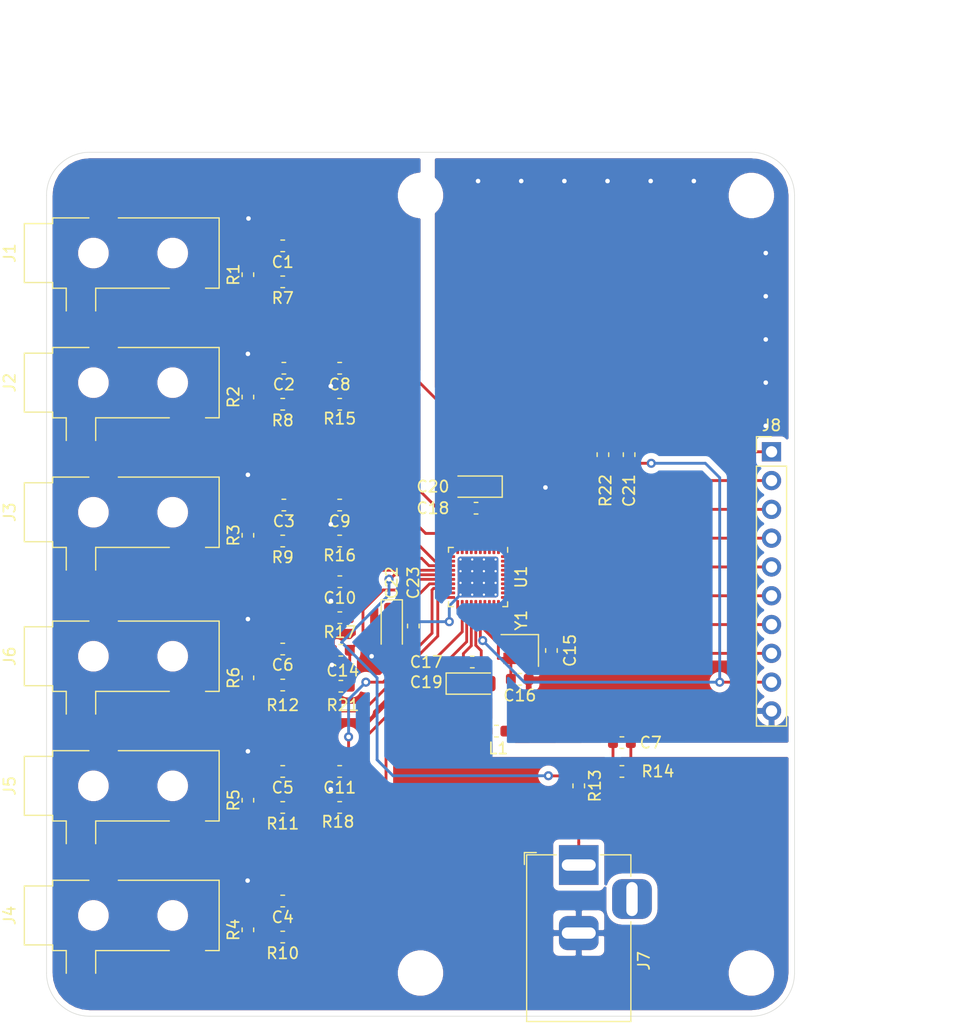
<source format=kicad_pcb>
(kicad_pcb (version 20171130) (host pcbnew "(5.1.5)-3")
  (layers (0 F.Cu signal) (31 B.Cu signal) (34 B.Paste user) (35 F.Paste user) (36 B.SilkS user) (37 F.SilkS user) (38 B.Mask user) (39 F.Mask user) (44 Edge.Cuts user))
  (net 0 "")
  (net 1 "Net-(J2-PadT)")
  (net 2 "Net-(J3-PadT)")
  (net 3 "Net-(J4-PadT)")
  (net 4 "Net-(J5-PadT)")
  (net 5 "Net-(J6-PadT)")
  (net 6 GNDA)
  (net 7 "Net-(J1-PadT)")
  (net 8 "Net-(J7-Pad1)")
  (net 9 GNDD)
  (net 10 "Net-(J1-PadR)")
  (net 11 "Net-(J2-PadR)")
  (net 12 "Net-(J3-PadR)")
  (net 13 "Net-(J4-PadR)")
  (net 14 "Net-(J5-PadR)")
  (net 15 "Net-(J6-PadR)")
  (net 16 "Net-(J7-Pad3)")
  (net 17 "Net-(U1-Pad40)")
  (net 18 "Net-(U1-Pad34)")
  (net 19 "Net-(U1-Pad33)")
  (net 20 "Net-(U1-Pad31)")
  (net 21 "Net-(U1-Pad30)")
  (net 22 "Net-(U1-Pad21)")
  (net 23 "Net-(U1-Pad20)")
  (net 24 "Net-(U1-Pad11)")
  (net 25 "Net-(U1-Pad10)")
  (net 26 "Net-(U1-Pad1)")
  (net 27 /meter_module/CLKIN)
  (net 28 +3V3)
  (net 29 /meter_module/~IRQ0)
  (net 30 /meter_module/~IRQ1)
  (net 31 /meter_module/~CS)
  (net 32 /meter_module/MISO)
  (net 33 /meter_module/MOSI)
  (net 34 /meter_module/SCLK)
  (net 35 /meter_module/HSCLK)
  (net 36 /meter_module/~RESET)
  (net 37 "Net-(C22-Pad1)")
  (net 38 IAP)
  (net 39 IBP)
  (net 40 ICP)
  (net 41 IDP)
  (net 42 IEP)
  (net 43 IFP)
  (net 44 VP)
  (net 45 IAN)
  (net 46 IBN)
  (net 47 ICN)
  (net 48 IN)
  (net 49 VN)
  (net 50 /meter_module/AVDD)
  (net 51 /meter_module/DVDD)
  (net 52 /meter_module/CLKOUT)
  (module Package_DFN_QFN:QFN-40-1EP_5x5mm_P0.4mm_EP3.6x3.6mm_ThermalVias (layer F.Cu) (at 132.08 67.945 270)
    (fp_text reference U1 (at 0 -3.8 90) (layer F.SilkS))
    (fp_text value ADE7816ACPZ)
    (pad 40 smd roundrect (at -1.8 -2.4375 270) (size 0.25 0.825) (layers F.Cu F.Paste F.Mask) (net 17 "Net-(U1-Pad40)"))
    (pad 39 smd roundrect (at -1.4 -2.4375 270) (size 0.25 0.825) (layers F.Cu F.Paste F.Mask) (net 31 /meter_module/~CS))
    (pad 38 smd roundrect (at -1 -2.4375 270) (size 0.25 0.825) (layers F.Cu F.Paste F.Mask) (net 33 /meter_module/MOSI))
    (pad 37 smd roundrect (at -0.6 -2.4375 270) (size 0.25 0.825) (layers F.Cu F.Paste F.Mask) (net 32 /meter_module/MISO))
    (pad 36 smd roundrect (at -0.2 -2.4375 270) (size 0.25 0.825) (layers F.Cu F.Paste F.Mask) (net 34 /meter_module/SCLK))
    (pad 35 smd roundrect (at 0.2 -2.4375 270) (size 0.25 0.825) (layers F.Cu F.Paste F.Mask) (net 35 /meter_module/HSCLK))
    (pad 34 smd roundrect (at 0.6 -2.4375 270) (size 0.25 0.825) (layers F.Cu F.Paste F.Mask) (net 18 "Net-(U1-Pad34)"))
    (pad 33 smd roundrect (at 1 -2.4375 270) (size 0.25 0.825) (layers F.Cu F.Paste F.Mask) (net 19 "Net-(U1-Pad33)"))
    (pad 32 smd roundrect (at 1.4 -2.4375 270) (size 0.25 0.825) (layers F.Cu F.Paste F.Mask) (net 30 /meter_module/~IRQ1))
    (pad 31 smd roundrect (at 1.8 -2.4375 270) (size 0.25 0.825) (layers F.Cu F.Paste F.Mask) (net 20 "Net-(U1-Pad31)"))
    (pad 30 smd roundrect (at 2.4375 -1.8 270) (size 0.825 0.25) (layers F.Cu F.Paste F.Mask) (net 21 "Net-(U1-Pad30)"))
    (pad 29 smd roundrect (at 2.4375 -1.4 270) (size 0.825 0.25) (layers F.Cu F.Paste F.Mask) (net 29 /meter_module/~IRQ0))
    (pad 28 smd roundrect (at 2.4375 -1 270) (size 0.825 0.25) (layers F.Cu F.Paste F.Mask) (net 52 /meter_module/CLKOUT))
    (pad 27 smd roundrect (at 2.4375 -0.6 270) (size 0.825 0.25) (layers F.Cu F.Paste F.Mask) (net 27 /meter_module/CLKIN))
    (pad 26 smd roundrect (at 2.4375 -0.2 270) (size 0.825 0.25) (layers F.Cu F.Paste F.Mask) (net 28 +3V3))
    (pad 25 smd roundrect (at 2.4375 0.2 270) (size 0.825 0.25) (layers F.Cu F.Paste F.Mask) (net 6 GNDA))
    (pad 24 smd roundrect (at 2.4375 0.6 270) (size 0.825 0.25) (layers F.Cu F.Paste F.Mask) (net 50 /meter_module/AVDD))
    (pad 23 smd roundrect (at 2.4375 1 270) (size 0.825 0.25) (layers F.Cu F.Paste F.Mask) (net 41 IDP))
    (pad 22 smd roundrect (at 2.4375 1.4 270) (size 0.825 0.25) (layers F.Cu F.Paste F.Mask) (net 42 IEP))
    (pad 21 smd roundrect (at 2.4375 1.8 270) (size 0.825 0.25) (layers F.Cu F.Paste F.Mask) (net 22 "Net-(U1-Pad21)"))
    (pad 20 smd roundrect (at 1.8 2.4375 270) (size 0.25 0.825) (layers F.Cu F.Paste F.Mask) (net 23 "Net-(U1-Pad20)"))
    (pad 19 smd roundrect (at 1.4 2.4375 270) (size 0.25 0.825) (layers F.Cu F.Paste F.Mask) (net 43 IFP))
    (pad 18 smd roundrect (at 1 2.4375 270) (size 0.25 0.825) (layers F.Cu F.Paste F.Mask) (net 48 IN))
    (pad 17 smd roundrect (at 0.6 2.4375 270) (size 0.25 0.825) (layers F.Cu F.Paste F.Mask) (net 37 "Net-(C22-Pad1)"))
    (pad 16 smd roundrect (at 0.2 2.4375 270) (size 0.25 0.825) (layers F.Cu F.Paste F.Mask) (net 49 VN))
    (pad 15 smd roundrect (at -0.2 2.4375 270) (size 0.25 0.825) (layers F.Cu F.Paste F.Mask) (net 44 VP))
    (pad 14 smd roundrect (at -0.6 2.4375 270) (size 0.25 0.825) (layers F.Cu F.Paste F.Mask) (net 47 ICN))
    (pad 13 smd roundrect (at -1 2.4375 270) (size 0.25 0.825) (layers F.Cu F.Paste F.Mask) (net 40 ICP))
    (pad 12 smd roundrect (at -1.4 2.4375 270) (size 0.25 0.825) (layers F.Cu F.Paste F.Mask) (net 46 IBN))
    (pad 11 smd roundrect (at -1.8 2.4375 270) (size 0.25 0.825) (layers F.Cu F.Paste F.Mask) (net 24 "Net-(U1-Pad11)"))
    (pad 10 smd roundrect (at -2.4375 1.8 270) (size 0.825 0.25) (layers F.Cu F.Paste F.Mask) (net 25 "Net-(U1-Pad10)"))
    (pad 9 smd roundrect (at -2.4375 1.4 270) (size 0.825 0.25) (layers F.Cu F.Paste F.Mask) (net 39 IBP))
    (pad 8 smd roundrect (at -2.4375 1 270) (size 0.825 0.25) (layers F.Cu F.Paste F.Mask) (net 45 IAN))
    (pad 7 smd roundrect (at -2.4375 0.6 270) (size 0.825 0.25) (layers F.Cu F.Paste F.Mask) (net 38 IAP))
    (pad 6 smd roundrect (at -2.4375 0.2 270) (size 0.825 0.25) (layers F.Cu F.Paste F.Mask) (net 9 GNDD))
    (pad 5 smd roundrect (at -2.4375 -0.2 270) (size 0.825 0.25) (layers F.Cu F.Paste F.Mask) (net 51 /meter_module/DVDD))
    (pad 4 smd roundrect (at -2.4375 -0.6 270) (size 0.825 0.25) (layers F.Cu F.Paste F.Mask) (net 36 /meter_module/~RESET))
    (pad 3 smd roundrect (at -2.4375 -1 270) (size 0.825 0.25) (layers F.Cu F.Paste F.Mask) (net 9 GNDD))
    (pad 2 smd roundrect (at -2.4375 -1.4 270) (size 0.825 0.25) (layers F.Cu F.Paste F.Mask) (net 28 +3V3))
    (pad 1 smd roundrect (at -2.4375 -1.8 270) (size 0.825 0.25) (layers F.Cu F.Paste F.Mask) (net 26 "Net-(U1-Pad1)"))
    (pad 41 smd roundrect (at 0 0 270) (size 3.6 3.6) (layers B.Cu) (roundrect_rratio 0.06944400000000001) (net 6 GNDA))
    (pad 41 thru_hole circle (at 1.55 1.55 270) (size 0.5 0.5) (drill 0.2) (layers *.Cu) (net 6 GNDA))
    (pad 41 thru_hole circle (at 0.516667 1.55 270) (size 0.5 0.5) (drill 0.2) (layers *.Cu) (net 6 GNDA))
    (pad 41 thru_hole circle (at -0.516667 1.55 270) (size 0.5 0.5) (drill 0.2) (layers *.Cu) (net 6 GNDA))
    (pad 41 thru_hole circle (at -1.55 1.55 270) (size 0.5 0.5) (drill 0.2) (layers *.Cu) (net 6 GNDA))
    (pad 41 thru_hole circle (at 1.55 0.516667 270) (size 0.5 0.5) (drill 0.2) (layers *.Cu) (net 6 GNDA))
    (pad 41 thru_hole circle (at 0.516667 0.516667 270) (size 0.5 0.5) (drill 0.2) (layers *.Cu) (net 6 GNDA))
    (pad 41 thru_hole circle (at -0.516667 0.516667 270) (size 0.5 0.5) (drill 0.2) (layers *.Cu) (net 6 GNDA))
    (pad 41 thru_hole circle (at -1.55 0.516667 270) (size 0.5 0.5) (drill 0.2) (layers *.Cu) (net 6 GNDA))
    (pad 41 thru_hole circle (at 1.55 -0.516667 270) (size 0.5 0.5) (drill 0.2) (layers *.Cu) (net 6 GNDA))
    (pad 41 thru_hole circle (at 0.516667 -0.516667 270) (size 0.5 0.5) (drill 0.2) (layers *.Cu) (net 6 GNDA))
    (pad 41 thru_hole circle (at -0.516667 -0.516667 270) (size 0.5 0.5) (drill 0.2) (layers *.Cu) (net 6 GNDA))
    (pad 41 thru_hole circle (at -1.55 -0.516667 270) (size 0.5 0.5) (drill 0.2) (layers *.Cu) (net 6 GNDA))
    (pad 41 thru_hole circle (at 1.55 -1.55 270) (size 0.5 0.5) (drill 0.2) (layers *.Cu) (net 6 GNDA))
    (pad 41 thru_hole circle (at 0.516667 -1.55 270) (size 0.5 0.5) (drill 0.2) (layers *.Cu) (net 6 GNDA))
    (pad 41 thru_hole circle (at -0.516667 -1.55 270) (size 0.5 0.5) (drill 0.2) (layers *.Cu) (net 6 GNDA))
    (pad 41 thru_hole circle (at -1.55 -1.55 270) (size 0.5 0.5) (drill 0.2) (layers *.Cu) (net 6 GNDA))
    (pad 41 smd roundrect (at 0 0 270) (size 3.6 3.6) (layers F.Cu F.Mask) (roundrect_rratio 0.06944400000000001) (net 6 GNDA))
  )
  (module MountingHole:MountingHole_3mm (layer F.Cu) (at 156.21 102.87)
    (fp_text reference H4 hide)
    (fp_text value MountingHole)
    (pad 1 np_thru_hole circle (at 0 0) (size 3 3) (drill 3) (layers *.Cu *.Mask))
  )
  (module MountingHole:MountingHole_3mm (layer F.Cu) (at 156.21 34.29)
    (fp_text reference H3 hide)
    (fp_text value MountingHole)
    (pad 1 np_thru_hole circle (at 0 0) (size 3 3) (drill 3) (layers *.Cu *.Mask))
  )
  (module MountingHole:MountingHole_3mm (layer F.Cu) (at 127 102.87)
    (fp_text reference H2 hide)
    (fp_text value MountingHole)
    (pad 1 np_thru_hole circle (at 0 0) (size 3 3) (drill 3) (layers *.Cu *.Mask))
  )
  (module MountingHole:MountingHole_3mm (layer F.Cu) (at 127 34.29)
    (fp_text reference H1 hide)
    (fp_text value MountingHole)
    (pad 1 np_thru_hole circle (at 0 0) (size 3 3) (drill 3) (layers *.Cu *.Mask))
  )
  (module Resistor_SMD:R_0603_1608Metric (layer F.Cu) (at 143.104 57.15 90)
    (fp_text reference R22 (at -3.175 0.229 90) (layer F.SilkS))
    (fp_text value 10k)
    (pad 2 smd roundrect (at 0.7875 0 90) (size 0.875 0.95) (layers F.Cu F.Paste F.Mask) (net 36 /meter_module/~RESET))
    (pad 1 smd roundrect (at -0.7875 0 90) (size 0.875 0.95) (layers F.Cu F.Paste F.Mask) (net 28 +3V3))
  )
  (module Capacitor_SMD:C_0603_1608Metric (layer F.Cu) (at 126.365 72.263 270)
    (fp_text reference C23 (at -3.81 0 90) (layer F.SilkS))
    (fp_text value 220n)
    (pad 2 smd roundrect (at 0.7875 0 270) (size 0.875 0.95) (layers F.Cu F.Paste F.Mask) (net 6 GNDA))
    (pad 1 smd roundrect (at -0.7875 0 270) (size 0.875 0.95) (layers F.Cu F.Paste F.Mask) (net 37 "Net-(C22-Pad1)"))
  )
  (module Capacitor_Tantalum_SMD:CP_EIA-3216-18_Kemet-A (layer F.Cu) (at 124.46 72.263 270)
    (fp_text reference C22 (at -3.81 0 90) (layer F.SilkS))
    (fp_text value 4.7u)
    (pad 2 smd roundrect (at 1.35 0 270) (size 1.4 1.35) (layers F.Cu F.Paste F.Mask) (roundrect_rratio 0.185185) (net 6 GNDA))
    (pad 1 smd roundrect (at -1.35 0 270) (size 1.4 1.35) (layers F.Cu F.Paste F.Mask) (roundrect_rratio 0.185185) (net 37 "Net-(C22-Pad1)"))
  )
  (module Capacitor_SMD:C_0603_1608Metric (layer F.Cu) (at 145.415 57.15 90)
    (fp_text reference C21 (at -3.175 0 90) (layer F.SilkS))
    (fp_text value 1u)
    (pad 2 smd roundrect (at 0.7875 0 90) (size 0.875 0.95) (layers F.Cu F.Paste F.Mask) (net 36 /meter_module/~RESET))
    (pad 1 smd roundrect (at -0.7875 0 90) (size 0.875 0.95) (layers F.Cu F.Paste F.Mask) (net 28 +3V3))
  )
  (module Capacitor_Tantalum_SMD:CP_EIA-3216-18_Kemet-A (layer F.Cu) (at 131.9027 59.9694 180)
    (fp_text reference C20 (at 3.81 0) (layer F.SilkS))
    (fp_text value 4.7u)
    (pad 2 smd roundrect (at 1.35 0 180) (size 1.4 1.35) (layers F.Cu F.Paste F.Mask) (roundrect_rratio 0.185185) (net 9 GNDD))
    (pad 1 smd roundrect (at -1.35 0 180) (size 1.4 1.35) (layers F.Cu F.Paste F.Mask) (roundrect_rratio 0.185185) (net 51 /meter_module/DVDD))
  )
  (module Capacitor_Tantalum_SMD:CP_EIA-3216-18_Kemet-A (layer F.Cu) (at 131.572 77.343)
    (fp_text reference C19 (at -4.064 -0.127) (layer F.SilkS))
    (fp_text value 4.7u)
    (pad 2 smd roundrect (at 1.35 0) (size 1.4 1.35) (layers F.Cu F.Paste F.Mask) (roundrect_rratio 0.185185) (net 6 GNDA))
    (pad 1 smd roundrect (at -1.35 0) (size 1.4 1.35) (layers F.Cu F.Paste F.Mask) (roundrect_rratio 0.185185) (net 50 /meter_module/AVDD))
  )
  (module Capacitor_SMD:C_0603_1608Metric (layer F.Cu) (at 131.9027 61.8744 180)
    (fp_text reference C18 (at 3.81 0) (layer F.SilkS))
    (fp_text value 220n)
    (pad 2 smd roundrect (at 0.7875 0 180) (size 0.875 0.95) (layers F.Cu F.Paste F.Mask) (net 9 GNDD))
    (pad 1 smd roundrect (at -0.7875 0 180) (size 0.875 0.95) (layers F.Cu F.Paste F.Mask) (net 51 /meter_module/DVDD))
  )
  (module Capacitor_SMD:C_0603_1608Metric (layer F.Cu) (at 131.572 75.438)
    (fp_text reference C17 (at -4.064 0) (layer F.SilkS))
    (fp_text value 220n)
    (pad 2 smd roundrect (at 0.7875 0) (size 0.875 0.95) (layers F.Cu F.Paste F.Mask) (net 6 GNDA))
    (pad 1 smd roundrect (at -0.7875 0) (size 0.875 0.95) (layers F.Cu F.Paste F.Mask) (net 50 /meter_module/AVDD))
  )
  (module Inductor_SMD:L_0603_1608Metric (layer F.Cu) (at 133.7055 81.534)
    (fp_text reference L1 (at 0.1525 1.524) (layer F.SilkS))
    (fp_text value Ferrite)
    (pad 2 smd roundrect (at 0.7875 0) (size 0.875 0.95) (layers F.Cu F.Paste F.Mask) (net 9 GNDD))
    (pad 1 smd roundrect (at -0.7875 0) (size 0.875 0.95) (layers F.Cu F.Paste F.Mask) (net 6 GNDA))
  )
  (module Resistor_SMD:R_0603_1608Metric (layer F.Cu) (at 119.9642 77.57668 180)
    (fp_text reference R21 (at -0.1778 -1.67132) (layer F.SilkS))
    (fp_text value 1k)
    (pad 2 smd roundrect (at 0.7875 0 180) (size 0.875 0.95) (layers F.Cu F.Paste F.Mask) (net 6 GNDA))
    (pad 1 smd roundrect (at -0.7875 0 180) (size 0.875 0.95) (layers F.Cu F.Paste F.Mask) (net 49 VN))
  )
  (module Capacitor_SMD:C_0603_1608Metric (layer F.Cu) (at 119.9642 74.40168 180)
    (fp_text reference C14 (at -0.1778 -1.79832) (layer F.SilkS))
    (fp_text value 22n)
    (pad 2 smd roundrect (at 0.7875 0 180) (size 0.875 0.95) (layers F.Cu F.Paste F.Mask) (net 6 GNDA))
    (pad 1 smd roundrect (at -0.7875 0 180) (size 0.875 0.95) (layers F.Cu F.Paste F.Mask) (net 49 VN))
  )
  (module Crystal:Crystal_SMD_2520-4Pin_2.5x2.0mm (layer F.Cu) (at 135.763 74.422 180)
    (fp_text reference Y1 (at -0.127 2.667 270) (layer F.SilkS))
    (fp_text value 16.384MHz)
    (pad 4 smd rect (at -0.875 -0.7 180) (size 1.15 1) (layers F.Cu F.Paste F.Mask) (net 9 GNDD))
    (pad 3 smd rect (at 0.875 -0.7 180) (size 1.15 1) (layers F.Cu F.Paste F.Mask) (net 27 /meter_module/CLKIN))
    (pad 2 smd rect (at 0.875 0.7 180) (size 1.15 1) (layers F.Cu F.Paste F.Mask) (net 9 GNDD))
    (pad 1 smd rect (at -0.875 0.7 180) (size 1.15 1) (layers F.Cu F.Paste F.Mask) (net 52 /meter_module/CLKOUT))
  )
  (module Capacitor_SMD:C_0603_1608Metric (layer F.Cu) (at 135.763 76.962 180)
    (fp_text reference C16 (at 0 -1.43) (layer F.SilkS))
    (fp_text value 20p)
    (pad 2 smd roundrect (at 0.7875 0 180) (size 0.875 0.95) (layers F.Cu F.Paste F.Mask) (net 27 /meter_module/CLKIN))
    (pad 1 smd roundrect (at -0.7875 0 180) (size 0.875 0.95) (layers F.Cu F.Paste F.Mask) (net 9 GNDD))
  )
  (module Capacitor_SMD:C_0603_1608Metric (layer F.Cu) (at 138.557 74.422 90)
    (fp_text reference C15 (at 0 1.637001 90) (layer F.SilkS))
    (fp_text value 20p)
    (pad 2 smd roundrect (at 0.7875 0 90) (size 0.875 0.95) (layers F.Cu F.Paste F.Mask) (net 52 /meter_module/CLKOUT))
    (pad 1 smd roundrect (at -0.7875 0 90) (size 0.875 0.95) (layers F.Cu F.Paste F.Mask) (net 9 GNDD))
  )
  (module Resistor_SMD:R_0603_1608Metric (layer F.Cu) (at 119.862 88.265)
    (fp_text reference R18 (at -0.1525 1.27) (layer F.SilkS))
    (fp_text value 1k)
    (pad 2 smd roundrect (at 0.7875 0) (size 0.875 0.95) (layers F.Cu F.Paste F.Mask) (net 48 IN))
    (pad 1 smd roundrect (at -0.7875 0) (size 0.875 0.95) (layers F.Cu F.Paste F.Mask) (net 6 GNDA))
  )
  (module Resistor_SMD:R_0603_1608Metric (layer F.Cu) (at 119.87724 71.53148)
    (fp_text reference R17 (at 0 1.27) (layer F.SilkS))
    (fp_text value 1k)
    (pad 2 smd roundrect (at 0.7875 0) (size 0.875 0.95) (layers F.Cu F.Paste F.Mask) (net 47 ICN))
    (pad 1 smd roundrect (at -0.7875 0) (size 0.875 0.95) (layers F.Cu F.Paste F.Mask) (net 6 GNDA))
  )
  (module Resistor_SMD:R_0603_1608Metric (layer F.Cu) (at 119.862 64.77)
    (fp_text reference R16 (at 0 1.27) (layer F.SilkS))
    (fp_text value 1k)
    (pad 2 smd roundrect (at 0.7875 0) (size 0.875 0.95) (layers F.Cu F.Paste F.Mask) (net 46 IBN))
    (pad 1 smd roundrect (at -0.7875 0) (size 0.875 0.95) (layers F.Cu F.Paste F.Mask) (net 6 GNDA))
  )
  (module Resistor_SMD:R_0603_1608Metric (layer F.Cu) (at 119.862 52.705)
    (fp_text reference R15 (at 0 1.27) (layer F.SilkS))
    (fp_text value 1k)
    (pad 2 smd roundrect (at 0.7875 0) (size 0.875 0.95) (layers F.Cu F.Paste F.Mask) (net 45 IAN))
    (pad 1 smd roundrect (at -0.7875 0) (size 0.875 0.95) (layers F.Cu F.Paste F.Mask) (net 6 GNDA))
  )
  (module Capacitor_SMD:C_0603_1608Metric (layer F.Cu) (at 119.862 85.09 180)
    (fp_text reference C11 (at 0 -1.43) (layer F.SilkS))
    (fp_text value 22n)
    (pad 2 smd roundrect (at 0.7875 0 180) (size 0.875 0.95) (layers F.Cu F.Paste F.Mask) (net 6 GNDA))
    (pad 1 smd roundrect (at -0.7875 0 180) (size 0.875 0.95) (layers F.Cu F.Paste F.Mask) (net 48 IN))
  )
  (module Capacitor_SMD:C_0603_1608Metric (layer F.Cu) (at 119.87724 68.35648 180)
    (fp_text reference C10 (at 0 -1.43) (layer F.SilkS))
    (fp_text value 22n)
    (pad 2 smd roundrect (at 0.7875 0 180) (size 0.875 0.95) (layers F.Cu F.Paste F.Mask) (net 6 GNDA))
    (pad 1 smd roundrect (at -0.7875 0 180) (size 0.875 0.95) (layers F.Cu F.Paste F.Mask) (net 47 ICN))
  )
  (module Capacitor_SMD:C_0603_1608Metric (layer F.Cu) (at 119.862 61.595 180)
    (fp_text reference C9 (at 0 -1.43) (layer F.SilkS))
    (fp_text value 22n)
    (pad 2 smd roundrect (at 0.7875 0 180) (size 0.875 0.95) (layers F.Cu F.Paste F.Mask) (net 6 GNDA))
    (pad 1 smd roundrect (at -0.7875 0 180) (size 0.875 0.95) (layers F.Cu F.Paste F.Mask) (net 46 IBN))
  )
  (module Capacitor_SMD:C_0603_1608Metric (layer F.Cu) (at 119.862 49.53 180)
    (fp_text reference C8 (at 0 -1.43) (layer F.SilkS))
    (fp_text value 22n)
    (pad 2 smd roundrect (at 0.7875 0 180) (size 0.875 0.95) (layers F.Cu F.Paste F.Mask) (net 6 GNDA))
    (pad 1 smd roundrect (at -0.7875 0 180) (size 0.875 0.95) (layers F.Cu F.Paste F.Mask) (net 45 IAN))
  )
  (module Resistor_SMD:R_0603_1608Metric (layer F.Cu) (at 144.78 85.09)
    (fp_text reference R14 (at 3.175 0) (layer F.SilkS))
    (fp_text value 1k)
    (pad 2 smd roundrect (at 0.7875 0) (size 0.875 0.95) (layers F.Cu F.Paste F.Mask) (net 6 GNDA))
    (pad 1 smd roundrect (at -0.7875 0) (size 0.875 0.95) (layers F.Cu F.Paste F.Mask) (net 44 VP))
  )
  (module Resistor_SMD:R_0603_1608Metric_Pad1.05x0.95mm_HandSolder (layer F.Cu) (at 140.97 86.36 270)
    (fp_text reference R13 (at 0 -1.43 90) (layer F.SilkS))
    (fp_text value 100k)
    (pad 2 smd roundrect (at 0.875 0 270) (size 1.05 0.95) (layers F.Cu F.Paste F.Mask) (net 8 "Net-(J7-Pad1)"))
    (pad 1 smd roundrect (at -0.875 0 270) (size 1.05 0.95) (layers F.Cu F.Paste F.Mask) (net 44 VP))
  )
  (module Resistor_SMD:R_0603_1608Metric (layer F.Cu) (at 114.834 77.47 180)
    (fp_text reference R12 (at 0 -1.778) (layer F.SilkS))
    (fp_text value 1k)
    (pad 2 smd roundrect (at 0.7875 0 180) (size 0.875 0.95) (layers F.Cu F.Paste F.Mask) (net 5 "Net-(J6-PadT)"))
    (pad 1 smd roundrect (at -0.7875 0 180) (size 0.875 0.95) (layers F.Cu F.Paste F.Mask) (net 43 IFP))
  )
  (module Resistor_SMD:R_0603_1608Metric (layer F.Cu) (at 114.834 88.265 180)
    (fp_text reference R11 (at 0 -1.43) (layer F.SilkS))
    (fp_text value 1k)
    (pad 2 smd roundrect (at 0.7875 0 180) (size 0.875 0.95) (layers F.Cu F.Paste F.Mask) (net 4 "Net-(J5-PadT)"))
    (pad 1 smd roundrect (at -0.7875 0 180) (size 0.875 0.95) (layers F.Cu F.Paste F.Mask) (net 42 IEP))
  )
  (module Resistor_SMD:R_0603_1608Metric (layer F.Cu) (at 114.834 99.695 180)
    (fp_text reference R10 (at 0 -1.43) (layer F.SilkS))
    (fp_text value 1k)
    (pad 2 smd roundrect (at 0.7875 0 180) (size 0.875 0.95) (layers F.Cu F.Paste F.Mask) (net 3 "Net-(J4-PadT)"))
    (pad 1 smd roundrect (at -0.7875 0 180) (size 0.875 0.95) (layers F.Cu F.Paste F.Mask) (net 41 IDP))
  )
  (module Resistor_SMD:R_0603_1608Metric (layer F.Cu) (at 114.834 64.77 180)
    (fp_text reference R9 (at 0 -1.43) (layer F.SilkS))
    (fp_text value 1k)
    (pad 2 smd roundrect (at 0.7875 0 180) (size 0.875 0.95) (layers F.Cu F.Paste F.Mask) (net 2 "Net-(J3-PadT)"))
    (pad 1 smd roundrect (at -0.7875 0 180) (size 0.875 0.95) (layers F.Cu F.Paste F.Mask) (net 40 ICP))
  )
  (module Resistor_SMD:R_0603_1608Metric (layer F.Cu) (at 114.834 52.705 180)
    (fp_text reference R8 (at 0 -1.43) (layer F.SilkS))
    (fp_text value 1k)
    (pad 2 smd roundrect (at 0.7875 0 180) (size 0.875 0.95) (layers F.Cu F.Paste F.Mask) (net 1 "Net-(J2-PadT)"))
    (pad 1 smd roundrect (at -0.7875 0 180) (size 0.875 0.95) (layers F.Cu F.Paste F.Mask) (net 39 IBP))
  )
  (module Resistor_SMD:R_0603_1608Metric (layer F.Cu) (at 114.834 41.91 180)
    (fp_text reference R7 (at 0 -1.43) (layer F.SilkS))
    (fp_text value 1k)
    (pad 2 smd roundrect (at 0.7875 0 180) (size 0.875 0.95) (layers F.Cu F.Paste F.Mask) (net 7 "Net-(J1-PadT)"))
    (pad 1 smd roundrect (at -0.7875 0 180) (size 0.875 0.95) (layers F.Cu F.Paste F.Mask) (net 38 IAP))
  )
  (module Resistor_SMD:R_0603_1608Metric (layer F.Cu) (at 111.76 76.835 270)
    (fp_text reference R6 (at 0 1.27 90) (layer F.SilkS))
    (fp_text value 4.7R)
    (pad 2 smd roundrect (at 0.7875 0 270) (size 0.875 0.95) (layers F.Cu F.Paste F.Mask) (net 5 "Net-(J6-PadT)"))
    (pad 1 smd roundrect (at -0.7875 0 270) (size 0.875 0.95) (layers F.Cu F.Paste F.Mask) (net 6 GNDA))
  )
  (module Resistor_SMD:R_0603_1608Metric (layer F.Cu) (at 111.76 87.63 270)
    (fp_text reference R5 (at 0 1.27 90) (layer F.SilkS))
    (fp_text value 4.7R)
    (pad 2 smd roundrect (at 0.7875 0 270) (size 0.875 0.95) (layers F.Cu F.Paste F.Mask) (net 4 "Net-(J5-PadT)"))
    (pad 1 smd roundrect (at -0.7875 0 270) (size 0.875 0.95) (layers F.Cu F.Paste F.Mask) (net 6 GNDA))
  )
  (module Resistor_SMD:R_0603_1608Metric (layer F.Cu) (at 111.76 99.06 270)
    (fp_text reference R4 (at 0 1.27 90) (layer F.SilkS))
    (fp_text value 4.7R)
    (pad 2 smd roundrect (at 0.7875 0 270) (size 0.875 0.95) (layers F.Cu F.Paste F.Mask) (net 3 "Net-(J4-PadT)"))
    (pad 1 smd roundrect (at -0.7875 0 270) (size 0.875 0.95) (layers F.Cu F.Paste F.Mask) (net 6 GNDA))
  )
  (module Resistor_SMD:R_0603_1608Metric (layer F.Cu) (at 111.76 64.262 270)
    (fp_text reference R3 (at 0 1.27 90) (layer F.SilkS))
    (fp_text value 4.7R)
    (pad 2 smd roundrect (at 0.7875 0 270) (size 0.875 0.95) (layers F.Cu F.Paste F.Mask) (net 2 "Net-(J3-PadT)"))
    (pad 1 smd roundrect (at -0.7875 0 270) (size 0.875 0.95) (layers F.Cu F.Paste F.Mask) (net 6 GNDA))
  )
  (module Resistor_SMD:R_0603_1608Metric (layer F.Cu) (at 111.76 52.07 270)
    (fp_text reference R2 (at 0 1.27 90) (layer F.SilkS))
    (fp_text value 4.7R)
    (pad 2 smd roundrect (at 0.7875 0 270) (size 0.875 0.95) (layers F.Cu F.Paste F.Mask) (net 1 "Net-(J2-PadT)"))
    (pad 1 smd roundrect (at -0.7875 0 270) (size 0.875 0.95) (layers F.Cu F.Paste F.Mask) (net 6 GNDA))
  )
  (module Resistor_SMD:R_0603_1608Metric (layer F.Cu) (at 111.76 41.275 270)
    (fp_text reference R1 (at 0 1.27 90) (layer F.SilkS))
    (fp_text value 4.7R)
    (pad 2 smd roundrect (at 0.7875 0 270) (size 0.875 0.95) (layers F.Cu F.Paste F.Mask) (net 7 "Net-(J1-PadT)"))
    (pad 1 smd roundrect (at -0.7875 0 270) (size 0.875 0.95) (layers F.Cu F.Paste F.Mask) (net 6 GNDA))
  )
  (module Connector_PinHeader_2.54mm:PinHeader_1x10_P2.54mm_Vertical (layer F.Cu) (at 157.988 56.896)
    (fp_text reference J8 (at 0 -2.33) (layer F.SilkS))
    (fp_text value Conn_01x10)
    (pad 10 thru_hole oval (at 0 22.86) (size 1.7 1.7) (drill 1) (layers *.Cu *.Mask) (net 9 GNDD))
    (pad 9 thru_hole oval (at 0 20.32) (size 1.7 1.7) (drill 1) (layers *.Cu *.Mask) (net 28 +3V3))
    (pad 8 thru_hole oval (at 0 17.78) (size 1.7 1.7) (drill 1) (layers *.Cu *.Mask) (net 29 /meter_module/~IRQ0))
    (pad 7 thru_hole oval (at 0 15.24) (size 1.7 1.7) (drill 1) (layers *.Cu *.Mask) (net 30 /meter_module/~IRQ1))
    (pad 6 thru_hole oval (at 0 12.7) (size 1.7 1.7) (drill 1) (layers *.Cu *.Mask) (net 35 /meter_module/HSCLK))
    (pad 5 thru_hole oval (at 0 10.16) (size 1.7 1.7) (drill 1) (layers *.Cu *.Mask) (net 34 /meter_module/SCLK))
    (pad 4 thru_hole oval (at 0 7.62) (size 1.7 1.7) (drill 1) (layers *.Cu *.Mask) (net 32 /meter_module/MISO))
    (pad 3 thru_hole oval (at 0 5.08) (size 1.7 1.7) (drill 1) (layers *.Cu *.Mask) (net 33 /meter_module/MOSI))
    (pad 2 thru_hole oval (at 0 2.54) (size 1.7 1.7) (drill 1) (layers *.Cu *.Mask) (net 31 /meter_module/~CS))
    (pad 1 thru_hole rect (at 0 0) (size 1.7 1.7) (drill 1) (layers *.Cu *.Mask) (net 36 /meter_module/~RESET))
  )
  (module Connector_BarrelJack:BarrelJack_Horizontal (layer F.Cu) (at 140.97 93.345 90)
    (fp_text reference J7 (at -8.45 5.75 90) (layer F.SilkS))
    (fp_text value Barrel_Jack_Switch)
    (pad 3 thru_hole roundrect (at -3 4.7 90) (size 3.5 3.5) (drill oval 3 1) (layers *.Cu *.Mask) (net 16 "Net-(J7-Pad3)"))
    (pad 2 thru_hole roundrect (at -6 0 90) (size 3 3.5) (drill oval 1 3) (layers *.Cu *.Mask) (net 6 GNDA))
    (pad 1 thru_hole rect (at 0 0 90) (size 3.5 3.5) (drill oval 1 3) (layers *.Cu *.Mask) (net 8 "Net-(J7-Pad1)"))
  )
  (module Connector_Audio:Jack_3.5mm_CUI_SJ-3523-SMT_Horizontal (layer F.Cu) (at 100.621 74.93 90)
    (fp_text reference J6 (at 0 -9.9 90) (layer F.SilkS))
    (fp_text value AudioJack3)
    (pad "" np_thru_hole circle (at 0 4.5 90) (size 1.7 1.7) (drill 1.7) (layers *.Cu *.Mask))
    (pad "" np_thru_hole circle (at 0 -2.5 90) (size 1.7 1.7) (drill 1.7) (layers *.Cu *.Mask))
    (pad T smd rect (at -3.7 5.8 90) (size 2.8 2.8) (layers F.Cu F.Paste F.Mask) (net 5 "Net-(J6-PadT)"))
    (pad S smd rect (at -3.7 -3.6 90) (size 2.8 2.2) (layers F.Cu F.Paste F.Mask) (net 6 GNDA))
    (pad R smd rect (at 3.7 -1.6 90) (size 2.8 2.2) (layers F.Cu F.Paste F.Mask) (net 15 "Net-(J6-PadR)"))
  )
  (module Connector_Audio:Jack_3.5mm_CUI_SJ-3523-SMT_Horizontal (layer F.Cu) (at 100.621 86.36 90)
    (fp_text reference J5 (at 0 -9.9 90) (layer F.SilkS))
    (fp_text value AudioJack3)
    (pad "" np_thru_hole circle (at 0 4.5 90) (size 1.7 1.7) (drill 1.7) (layers *.Cu *.Mask))
    (pad "" np_thru_hole circle (at 0 -2.5 90) (size 1.7 1.7) (drill 1.7) (layers *.Cu *.Mask))
    (pad T smd rect (at -3.7 5.8 90) (size 2.8 2.8) (layers F.Cu F.Paste F.Mask) (net 4 "Net-(J5-PadT)"))
    (pad S smd rect (at -3.7 -3.6 90) (size 2.8 2.2) (layers F.Cu F.Paste F.Mask) (net 6 GNDA))
    (pad R smd rect (at 3.7 -1.6 90) (size 2.8 2.2) (layers F.Cu F.Paste F.Mask) (net 14 "Net-(J5-PadR)"))
  )
  (module Connector_Audio:Jack_3.5mm_CUI_SJ-3523-SMT_Horizontal (layer F.Cu) (at 100.621 97.79 90)
    (fp_text reference J4 (at 0 -9.9 90) (layer F.SilkS))
    (fp_text value AudioJack3)
    (pad "" np_thru_hole circle (at 0 4.5 90) (size 1.7 1.7) (drill 1.7) (layers *.Cu *.Mask))
    (pad "" np_thru_hole circle (at 0 -2.5 90) (size 1.7 1.7) (drill 1.7) (layers *.Cu *.Mask))
    (pad T smd rect (at -3.7 5.8 90) (size 2.8 2.8) (layers F.Cu F.Paste F.Mask) (net 3 "Net-(J4-PadT)"))
    (pad S smd rect (at -3.7 -3.6 90) (size 2.8 2.2) (layers F.Cu F.Paste F.Mask) (net 6 GNDA))
    (pad R smd rect (at 3.7 -1.6 90) (size 2.8 2.2) (layers F.Cu F.Paste F.Mask) (net 13 "Net-(J4-PadR)"))
  )
  (module Connector_Audio:Jack_3.5mm_CUI_SJ-3523-SMT_Horizontal (layer F.Cu) (at 100.621 62.23 90)
    (fp_text reference J3 (at 0 -9.9 90) (layer F.SilkS))
    (fp_text value AudioJack3)
    (pad "" np_thru_hole circle (at 0 4.5 90) (size 1.7 1.7) (drill 1.7) (layers *.Cu *.Mask))
    (pad "" np_thru_hole circle (at 0 -2.5 90) (size 1.7 1.7) (drill 1.7) (layers *.Cu *.Mask))
    (pad T smd rect (at -3.7 5.8 90) (size 2.8 2.8) (layers F.Cu F.Paste F.Mask) (net 2 "Net-(J3-PadT)"))
    (pad S smd rect (at -3.7 -3.6 90) (size 2.8 2.2) (layers F.Cu F.Paste F.Mask) (net 6 GNDA))
    (pad R smd rect (at 3.7 -1.6 90) (size 2.8 2.2) (layers F.Cu F.Paste F.Mask) (net 12 "Net-(J3-PadR)"))
  )
  (module Connector_Audio:Jack_3.5mm_CUI_SJ-3523-SMT_Horizontal (layer F.Cu) (at 100.621 50.8 90)
    (fp_text reference J2 (at 0 -9.9 90) (layer F.SilkS))
    (fp_text value AudioJack3)
    (pad "" np_thru_hole circle (at 0 4.5 90) (size 1.7 1.7) (drill 1.7) (layers *.Cu *.Mask))
    (pad "" np_thru_hole circle (at 0 -2.5 90) (size 1.7 1.7) (drill 1.7) (layers *.Cu *.Mask))
    (pad T smd rect (at -3.7 5.8 90) (size 2.8 2.8) (layers F.Cu F.Paste F.Mask) (net 1 "Net-(J2-PadT)"))
    (pad S smd rect (at -3.7 -3.6 90) (size 2.8 2.2) (layers F.Cu F.Paste F.Mask) (net 6 GNDA))
    (pad R smd rect (at 3.7 -1.6 90) (size 2.8 2.2) (layers F.Cu F.Paste F.Mask) (net 11 "Net-(J2-PadR)"))
  )
  (module Connector_Audio:Jack_3.5mm_CUI_SJ-3523-SMT_Horizontal (layer F.Cu) (at 100.621 39.37 90)
    (fp_text reference J1 (at 0 -9.9 90) (layer F.SilkS))
    (fp_text value AudioJack3)
    (pad "" np_thru_hole circle (at 0 4.5 90) (size 1.7 1.7) (drill 1.7) (layers *.Cu *.Mask))
    (pad "" np_thru_hole circle (at 0 -2.5 90) (size 1.7 1.7) (drill 1.7) (layers *.Cu *.Mask))
    (pad T smd rect (at -3.7 5.8 90) (size 2.8 2.8) (layers F.Cu F.Paste F.Mask) (net 7 "Net-(J1-PadT)"))
    (pad S smd rect (at -3.7 -3.6 90) (size 2.8 2.2) (layers F.Cu F.Paste F.Mask) (net 6 GNDA))
    (pad R smd rect (at 3.7 -1.6 90) (size 2.8 2.2) (layers F.Cu F.Paste F.Mask) (net 10 "Net-(J1-PadR)"))
  )
  (module Capacitor_SMD:C_0603_1608Metric (layer F.Cu) (at 144.78 82.55)
    (fp_text reference C7 (at 2.54 0) (layer F.SilkS))
    (fp_text value 22n)
    (pad 2 smd roundrect (at 0.7875 0) (size 0.875 0.95) (layers F.Cu F.Paste F.Mask) (net 6 GNDA))
    (pad 1 smd roundrect (at -0.7875 0) (size 0.875 0.95) (layers F.Cu F.Paste F.Mask) (net 44 VP))
  )
  (module Capacitor_SMD:C_0603_1608Metric (layer F.Cu) (at 114.834 74.295 180)
    (fp_text reference C6 (at 0 -1.397) (layer F.SilkS))
    (fp_text value 22n)
    (pad 2 smd roundrect (at 0.7875 0 180) (size 0.875 0.95) (layers F.Cu F.Paste F.Mask) (net 6 GNDA))
    (pad 1 smd roundrect (at -0.7875 0 180) (size 0.875 0.95) (layers F.Cu F.Paste F.Mask) (net 43 IFP))
  )
  (module Capacitor_SMD:C_0603_1608Metric (layer F.Cu) (at 114.834 85.09 180)
    (fp_text reference C5 (at 0 -1.43) (layer F.SilkS))
    (fp_text value 22n)
    (pad 2 smd roundrect (at 0.7875 0 180) (size 0.875 0.95) (layers F.Cu F.Paste F.Mask) (net 6 GNDA))
    (pad 1 smd roundrect (at -0.7875 0 180) (size 0.875 0.95) (layers F.Cu F.Paste F.Mask) (net 42 IEP))
  )
  (module Capacitor_SMD:C_0603_1608Metric (layer F.Cu) (at 114.834 96.52 180)
    (fp_text reference C4 (at 0 -1.43) (layer F.SilkS))
    (fp_text value 22n)
    (pad 2 smd roundrect (at 0.7875 0 180) (size 0.875 0.95) (layers F.Cu F.Paste F.Mask) (net 6 GNDA))
    (pad 1 smd roundrect (at -0.7875 0 180) (size 0.875 0.95) (layers F.Cu F.Paste F.Mask) (net 41 IDP))
  )
  (module Capacitor_SMD:C_0603_1608Metric (layer F.Cu) (at 114.935 61.595 180)
    (fp_text reference C3 (at 0 -1.43) (layer F.SilkS))
    (fp_text value 22n)
    (pad 2 smd roundrect (at 0.7875 0 180) (size 0.875 0.95) (layers F.Cu F.Paste F.Mask) (net 6 GNDA))
    (pad 1 smd roundrect (at -0.7875 0 180) (size 0.875 0.95) (layers F.Cu F.Paste F.Mask) (net 40 ICP))
  )
  (module Capacitor_SMD:C_0603_1608Metric (layer F.Cu) (at 114.935 49.53 180)
    (fp_text reference C2 (at 0 -1.43) (layer F.SilkS))
    (fp_text value 22n)
    (pad 2 smd roundrect (at 0.7875 0 180) (size 0.875 0.95) (layers F.Cu F.Paste F.Mask) (net 6 GNDA))
    (pad 1 smd roundrect (at -0.7875 0 180) (size 0.875 0.95) (layers F.Cu F.Paste F.Mask) (net 39 IBP))
  )
  (module Capacitor_SMD:C_0603_1608Metric (layer F.Cu) (at 114.834 38.735 180)
    (fp_text reference C1 (at 0 -1.43) (layer F.SilkS))
    (fp_text value 22n)
    (pad 2 smd roundrect (at 0.7875 0 180) (size 0.875 0.95) (layers F.Cu F.Paste F.Mask) (net 6 GNDA))
    (pad 1 smd roundrect (at -0.7875 0 180) (size 0.875 0.95) (layers F.Cu F.Paste F.Mask) (net 38 IAP))
  )
  (gr_arc (start 97.79 34.29) (end 97.79 30.48) (angle -90) (layer Edge.Cuts) (width 0.05))
  (gr_arc (start 97.79 102.87) (end 93.98 102.87) (angle -90) (layer Edge.Cuts) (width 0.05))
  (gr_arc (start 156.21 102.87) (end 156.21 106.68) (angle -90) (layer Edge.Cuts) (width 0.05))
  (gr_arc (start 156.21 34.29) (end 160.02 34.29) (angle -90) (layer Edge.Cuts) (width 0.05))
  (gr_line (start 156.21 30.48) (end 97.79 30.48) (layer Edge.Cuts) (width 0.05))
  (gr_line (start 160.02 102.87) (end 160.02 34.29) (layer Edge.Cuts) (width 0.05))
  (gr_line (start 97.79 106.68) (end 156.21 106.68) (layer Edge.Cuts) (width 0.05))
  (gr_line (start 93.98 34.29) (end 93.98 102.87) (layer Edge.Cuts) (width 0.05))
  (segment (start 111.76 53.295) (end 111.76 52.8575) (width 0.25) (layer F.Cu) (net 1))
  (segment (start 110.555 54.5) (end 111.76 53.295) (width 0.25) (layer F.Cu) (net 1))
  (segment (start 106.421 54.5) (end 110.555 54.5) (width 0.25) (layer F.Cu) (net 1))
  (segment (start 113.894 52.8575) (end 114.0465 52.705) (width 0.25) (layer F.Cu) (net 1))
  (segment (start 111.76 52.8575) (end 113.894 52.8575) (width 0.25) (layer F.Cu) (net 1))
  (segment (start 111.317 65.93) (end 111.76 65.487) (width 0.25) (layer F.Cu) (net 2))
  (segment (start 111.76 65.487) (end 111.76 65.0495) (width 0.25) (layer F.Cu) (net 2))
  (segment (start 106.421 65.93) (end 111.317 65.93) (width 0.25) (layer F.Cu) (net 2))
  (segment (start 113.767 65.0495) (end 114.0465 64.77) (width 0.25) (layer F.Cu) (net 2))
  (segment (start 111.76 65.0495) (end 113.767 65.0495) (width 0.25) (layer F.Cu) (net 2))
  (segment (start 111.76 100.285) (end 111.76 99.8475) (width 0.25) (layer F.Cu) (net 3))
  (segment (start 110.555 101.49) (end 111.76 100.285) (width 0.25) (layer F.Cu) (net 3))
  (segment (start 106.421 101.49) (end 110.555 101.49) (width 0.25) (layer F.Cu) (net 3))
  (segment (start 113.894 99.8475) (end 114.0465 99.695) (width 0.25) (layer F.Cu) (net 3))
  (segment (start 111.76 99.8475) (end 113.894 99.8475) (width 0.25) (layer F.Cu) (net 3))
  (segment (start 111.76 88.855) (end 111.76 88.4175) (width 0.25) (layer F.Cu) (net 4))
  (segment (start 110.555 90.06) (end 111.76 88.855) (width 0.25) (layer F.Cu) (net 4))
  (segment (start 106.421 90.06) (end 110.555 90.06) (width 0.25) (layer F.Cu) (net 4))
  (segment (start 113.894 88.4175) (end 114.0465 88.265) (width 0.25) (layer F.Cu) (net 4))
  (segment (start 111.76 88.4175) (end 113.894 88.4175) (width 0.25) (layer F.Cu) (net 4))
  (segment (start 111.76 78.06) (end 111.76 77.6225) (width 0.25) (layer F.Cu) (net 5))
  (segment (start 111.19 78.63) (end 111.76 78.06) (width 0.25) (layer F.Cu) (net 5))
  (segment (start 106.421 78.63) (end 111.19 78.63) (width 0.25) (layer F.Cu) (net 5))
  (segment (start 113.894 77.6225) (end 114.0465 77.47) (width 0.25) (layer F.Cu) (net 5))
  (segment (start 111.76 77.6225) (end 113.894 77.6225) (width 0.25) (layer F.Cu) (net 5))
  (via (at 129.54 71.882) (size 0.8) (drill 0.4) (layers F.Cu B.Cu) (net 6))
  (segment (start 97.021 65.93) (end 98.154 65.93) (width 0.25) (layer F.Cu) (net 6))
  (segment (start 98.154 65.93) (end 105.156 58.928) (width 0.25) (layer F.Cu) (net 6))
  (segment (start 105.156 58.928) (end 111.76 58.928) (width 0.25) (layer F.Cu) (net 6))
  (segment (start 114.1475 61.12) (end 114.3 60.9675) (width 0.25) (layer F.Cu) (net 6))
  (segment (start 114.1475 61.595) (end 114.1475 61.12) (width 0.25) (layer F.Cu) (net 6))
  (segment (start 114.3 60.9675) (end 114.3 60.452) (width 0.25) (layer F.Cu) (net 6))
  (segment (start 114.3 60.452) (end 118.872 60.452) (width 0.25) (layer F.Cu) (net 6))
  (segment (start 119.0745 60.6545) (end 119.0745 61.595) (width 0.25) (layer F.Cu) (net 6))
  (segment (start 118.872 60.452) (end 119.0745 60.6545) (width 0.25) (layer F.Cu) (net 6))
  (segment (start 119.0745 61.595) (end 119.0745 63.2975) (width 0.25) (layer F.Cu) (net 6))
  (segment (start 119.1507 74.37568) (end 119.1767 74.40168) (width 0.25) (layer F.Cu) (net 6))
  (segment (start 119.1767 77.10168) (end 119.1767 75.69718) (width 0.25) (layer F.Cu) (net 6))
  (segment (start 119.1767 77.57668) (end 119.1767 77.10168) (width 0.25) (layer F.Cu) (net 6))
  (segment (start 119.1507 77.60268) (end 119.1767 77.57668) (width 0.25) (layer F.Cu) (net 6))
  (segment (start 119.08974 71.53148) (end 119.08974 70.05898) (width 0.25) (layer F.Cu) (net 6))
  (segment (start 119.0745 49.53) (end 119.0745 51.1055) (width 0.25) (layer F.Cu) (net 6))
  (segment (start 119.0745 88.265) (end 119.0745 86.6655) (width 0.25) (layer F.Cu) (net 6))
  (segment (start 119.0745 63.2975) (end 119.0745 64.77) (width 0.25) (layer F.Cu) (net 6))
  (via (at 119.0745 63.2975) (size 0.8) (drill 0.4) (layers F.Cu B.Cu) (net 6))
  (segment (start 119.1767 75.69718) (end 119.1767 74.40168) (width 0.25) (layer F.Cu) (net 6))
  (via (at 119.1767 75.69718) (size 0.8) (drill 0.4) (layers F.Cu B.Cu) (net 6))
  (segment (start 119.08974 70.05898) (end 119.08974 68.35648) (width 0.25) (layer F.Cu) (net 6))
  (via (at 119.08974 70.05898) (size 0.8) (drill 0.4) (layers F.Cu B.Cu) (net 6))
  (segment (start 119.0745 86.6655) (end 119.0745 85.09) (width 0.25) (layer F.Cu) (net 6))
  (via (at 119.0745 86.6655) (size 0.8) (drill 0.4) (layers F.Cu B.Cu) (net 6))
  (segment (start 119.0745 51.1055) (end 119.0745 52.705) (width 0.25) (layer F.Cu) (net 6))
  (via (at 119.0745 51.1055) (size 0.8) (drill 0.4) (layers F.Cu B.Cu) (net 6))
  (segment (start 111.76 58.928) (end 111.76 60.452) (width 0.25) (layer F.Cu) (net 6))
  (segment (start 114.3 60.452) (end 111.76 60.452) (width 0.25) (layer F.Cu) (net 6))
  (segment (start 111.76 60.452) (end 111.76 63.4745) (width 0.25) (layer F.Cu) (net 6))
  (segment (start 98.371 54.5) (end 104.611 48.26) (width 0.25) (layer F.Cu) (net 6))
  (segment (start 97.021 54.5) (end 98.371 54.5) (width 0.25) (layer F.Cu) (net 6))
  (segment (start 114.1475 49.055) (end 114.1475 49.53) (width 0.25) (layer F.Cu) (net 6))
  (segment (start 114.1475 48.3615) (end 114.1475 49.055) (width 0.25) (layer F.Cu) (net 6))
  (segment (start 114.046 48.26) (end 114.1475 48.3615) (width 0.25) (layer F.Cu) (net 6))
  (segment (start 111.76 51.2825) (end 111.76 48.26) (width 0.25) (layer F.Cu) (net 6))
  (segment (start 104.611 48.26) (end 111.76 48.26) (width 0.25) (layer F.Cu) (net 6))
  (segment (start 111.76 48.26) (end 114.046 48.26) (width 0.25) (layer F.Cu) (net 6))
  (segment (start 118.2795 48.26) (end 114.046 48.26) (width 0.25) (layer F.Cu) (net 6))
  (segment (start 119.0745 49.53) (end 119.0745 49.055) (width 0.25) (layer F.Cu) (net 6))
  (segment (start 119.0745 49.055) (end 118.2795 48.26) (width 0.25) (layer F.Cu) (net 6))
  (segment (start 114.0465 36.3225) (end 114.0465 38.735) (width 0.25) (layer F.Cu) (net 6))
  (segment (start 114.046 36.322) (end 114.0465 36.3225) (width 0.25) (layer F.Cu) (net 6))
  (segment (start 97.021 43.07) (end 97.021 42.77) (width 0.25) (layer F.Cu) (net 6))
  (segment (start 97.021 42.77) (end 103.469 36.322) (width 0.25) (layer F.Cu) (net 6))
  (segment (start 111.76 40.4875) (end 111.76 36.322) (width 0.25) (layer F.Cu) (net 6))
  (segment (start 103.469 36.322) (end 111.76 36.322) (width 0.25) (layer F.Cu) (net 6))
  (segment (start 111.76 36.322) (end 111.8108 36.322) (width 0.25) (layer F.Cu) (net 6))
  (segment (start 98.371 90.06) (end 105.119 83.312) (width 0.25) (layer F.Cu) (net 6))
  (segment (start 97.021 90.06) (end 98.371 90.06) (width 0.25) (layer F.Cu) (net 6))
  (segment (start 114.0465 83.3125) (end 114.0465 85.09) (width 0.25) (layer F.Cu) (net 6))
  (segment (start 114.046 83.312) (end 114.0465 83.3125) (width 0.25) (layer F.Cu) (net 6))
  (segment (start 111.76 86.8425) (end 111.76 83.312) (width 0.25) (layer F.Cu) (net 6))
  (segment (start 105.119 83.312) (end 111.76 83.312) (width 0.25) (layer F.Cu) (net 6))
  (segment (start 111.76 83.312) (end 114.046 83.312) (width 0.25) (layer F.Cu) (net 6))
  (segment (start 114.046 83.312) (end 119.126 83.312) (width 0.25) (layer F.Cu) (net 6))
  (segment (start 119.0745 83.3635) (end 119.0745 85.09) (width 0.25) (layer F.Cu) (net 6))
  (segment (start 119.126 83.312) (end 119.0745 83.3635) (width 0.25) (layer F.Cu) (net 6))
  (segment (start 98.371 101.49) (end 105.1444 94.7166) (width 0.25) (layer F.Cu) (net 6))
  (segment (start 97.021 101.49) (end 98.371 101.49) (width 0.25) (layer F.Cu) (net 6))
  (segment (start 105.1444 94.7166) (end 111.7346 94.7166) (width 0.25) (layer F.Cu) (net 6))
  (segment (start 111.76 94.742) (end 111.76 98.2725) (width 0.25) (layer F.Cu) (net 6))
  (segment (start 111.7346 94.7166) (end 111.7346 94.7166) (width 0.25) (layer F.Cu) (net 6))
  (segment (start 111.7346 94.7166) (end 113.919 94.7166) (width 0.25) (layer F.Cu) (net 6))
  (segment (start 114.0465 94.8441) (end 114.0465 96.52) (width 0.25) (layer F.Cu) (net 6))
  (segment (start 113.919 94.7166) (end 114.0465 94.8441) (width 0.25) (layer F.Cu) (net 6))
  (segment (start 98.371 78.63) (end 105.3476 71.6534) (width 0.25) (layer F.Cu) (net 6))
  (segment (start 97.021 78.63) (end 98.371 78.63) (width 0.25) (layer F.Cu) (net 6))
  (segment (start 114.0465 71.7809) (end 114.0465 74.295) (width 0.25) (layer F.Cu) (net 6))
  (segment (start 113.919 71.6534) (end 114.0465 71.7809) (width 0.25) (layer F.Cu) (net 6))
  (segment (start 111.76 76.0475) (end 111.76 71.6534) (width 0.25) (layer F.Cu) (net 6))
  (segment (start 105.3476 71.6534) (end 111.76 71.6534) (width 0.25) (layer F.Cu) (net 6))
  (segment (start 111.76 71.6534) (end 111.76 71.6534) (width 0.25) (layer F.Cu) (net 6))
  (segment (start 111.76 71.6534) (end 113.919 71.6534) (width 0.25) (layer F.Cu) (net 6))
  (via (at 111.76 71.6534) (size 0.8) (drill 0.4) (layers F.Cu B.Cu) (net 6))
  (segment (start 111.76 83.312) (end 111.76 83.312) (width 0.25) (layer F.Cu) (net 6))
  (via (at 111.76 83.312) (size 0.8) (drill 0.4) (layers F.Cu B.Cu) (net 6))
  (segment (start 111.7346 94.7166) (end 111.76 94.742) (width 0.25) (layer F.Cu) (net 6))
  (via (at 111.7346 94.7166) (size 0.8) (drill 0.4) (layers F.Cu B.Cu) (net 6))
  (segment (start 111.76 58.928) (end 111.76 58.928) (width 0.25) (layer F.Cu) (net 6))
  (via (at 111.76 58.928) (size 0.8) (drill 0.4) (layers F.Cu B.Cu) (net 6))
  (segment (start 111.76 48.26) (end 111.76 48.26) (width 0.25) (layer F.Cu) (net 6))
  (via (at 111.76 48.26) (size 0.8) (drill 0.4) (layers F.Cu B.Cu) (net 6))
  (segment (start 111.8108 36.322) (end 114.046 36.322) (width 0.25) (layer F.Cu) (net 6))
  (via (at 111.8108 36.322) (size 0.8) (drill 0.4) (layers F.Cu B.Cu) (net 6))
  (segment (start 145.5675 84.615) (end 145.5675 82.55) (width 0.25) (layer F.Cu) (net 6))
  (segment (start 145.5675 85.09) (end 145.5675 84.615) (width 0.25) (layer F.Cu) (net 6))
  (segment (start 142.72 99.345) (end 142.8272 99.2378) (width 0.25) (layer F.Cu) (net 6))
  (segment (start 140.97 99.345) (end 142.72 99.345) (width 0.25) (layer F.Cu) (net 6))
  (segment (start 140.97 99.345) (end 139.22 99.345) (width 0.25) (layer F.Cu) (net 6))
  (segment (start 125.8025 73.613) (end 126.365 73.0505) (width 0.25) (layer F.Cu) (net 6))
  (segment (start 124.46 73.613) (end 125.8025 73.613) (width 0.25) (layer F.Cu) (net 6))
  (segment (start 132.3595 76.7805) (end 132.922 77.343) (width 0.25) (layer F.Cu) (net 6))
  (segment (start 132.922 76.0005) (end 132.3595 75.438) (width 0.25) (layer F.Cu) (net 6))
  (segment (start 132.922 77.343) (end 132.922 76.0005) (width 0.25) (layer F.Cu) (net 6))
  (segment (start 132.3595 75.438) (end 132.3595 74.4475) (width 0.25) (layer F.Cu) (net 6))
  (segment (start 131.88 73.968) (end 131.88 70.3825) (width 0.25) (layer F.Cu) (net 6))
  (segment (start 132.3595 74.4475) (end 131.88 73.968) (width 0.25) (layer F.Cu) (net 6))
  (via (at 122.682 74.93) (size 0.8) (drill 0.4) (layers F.Cu B.Cu) (net 6))
  (segment (start 123.999 73.613) (end 122.682 74.93) (width 0.25) (layer F.Cu) (net 6))
  (segment (start 124.46 73.613) (end 123.999 73.613) (width 0.25) (layer F.Cu) (net 6))
  (segment (start 132.922 81.53) (end 132.918 81.534) (width 0.25) (layer F.Cu) (net 6))
  (segment (start 132.922 77.343) (end 132.922 81.53) (width 0.25) (layer F.Cu) (net 6))
  (segment (start 129.54 70.485) (end 132.08 67.945) (width 0.25) (layer B.Cu) (net 6))
  (segment (start 129.54 71.882) (end 129.54 70.485) (width 0.25) (layer B.Cu) (net 6))
  (segment (start 125.73 71.882) (end 122.682 74.93) (width 0.25) (layer B.Cu) (net 6))
  (segment (start 129.54 71.882) (end 125.73 71.882) (width 0.25) (layer B.Cu) (net 6))
  (segment (start 111.76 42.5) (end 111.76 42.0625) (width 0.25) (layer F.Cu) (net 7))
  (segment (start 111.19 43.07) (end 111.76 42.5) (width 0.25) (layer F.Cu) (net 7))
  (segment (start 106.421 43.07) (end 111.19 43.07) (width 0.25) (layer F.Cu) (net 7))
  (segment (start 113.894 42.0625) (end 114.0465 41.91) (width 0.25) (layer F.Cu) (net 7))
  (segment (start 111.76 42.0625) (end 113.894 42.0625) (width 0.25) (layer F.Cu) (net 7))
  (segment (start 140.97 91.345) (end 140.97 87.235) (width 0.25) (layer F.Cu) (net 8))
  (segment (start 140.97 93.345) (end 140.97 91.345) (width 0.25) (layer F.Cu) (net 8))
  (segment (start 138.4695 75.122) (end 138.557 75.2095) (width 0.25) (layer F.Cu) (net 9))
  (segment (start 136.638 75.122) (end 138.4695 75.122) (width 0.25) (layer F.Cu) (net 9))
  (segment (start 136.638 76.8745) (end 136.5505 76.962) (width 0.25) (layer F.Cu) (net 9))
  (segment (start 136.638 75.122) (end 136.638 76.8745) (width 0.25) (layer F.Cu) (net 9))
  (segment (start 134.493 81.534) (end 134.62 81.534) (width 0.25) (layer F.Cu) (net 9))
  (segment (start 136.5505 79.6035) (end 136.5505 76.962) (width 0.25) (layer F.Cu) (net 9))
  (segment (start 136.638 75.122) (end 136.4884 75.122) (width 0.25) (layer F.Cu) (net 9))
  (segment (start 135.0884 73.722) (end 134.888 73.722) (width 0.25) (layer F.Cu) (net 9))
  (segment (start 136.4884 75.122) (end 135.0884 73.722) (width 0.25) (layer F.Cu) (net 9))
  (segment (start 143.1035 79.756) (end 138.557 75.2095) (width 0.25) (layer F.Cu) (net 9))
  (segment (start 157.988 79.756) (end 143.1035 79.756) (width 0.25) (layer F.Cu) (net 9))
  (segment (start 131.1152 60.5319) (end 130.5527 59.9694) (width 0.25) (layer F.Cu) (net 9))
  (segment (start 131.1152 61.8744) (end 131.1152 60.5319) (width 0.25) (layer F.Cu) (net 9))
  (segment (start 131.1152 62.8019) (end 131.1152 61.8744) (width 0.25) (layer F.Cu) (net 9))
  (segment (start 131.88 65.5075) (end 131.88 63.5667) (width 0.25) (layer F.Cu) (net 9))
  (segment (start 131.88 63.5667) (end 131.1152 62.8019) (width 0.25) (layer F.Cu) (net 9))
  (segment (start 133.08 65.5075) (end 133.08 64.4304) (width 0.25) (layer F.Cu) (net 9))
  (via (at 138.02868 60.0456) (size 0.8) (drill 0.4) (layers F.Cu B.Cu) (net 9))
  (segment (start 133.08 64.4304) (end 137.4648 60.0456) (width 0.25) (layer F.Cu) (net 9))
  (segment (start 137.4648 60.0456) (end 138.02868 60.0456) (width 0.25) (layer F.Cu) (net 9))
  (via (at 132.08 33.02) (size 0.8) (drill 0.4) (layers F.Cu B.Cu) (net 9))
  (via (at 135.89 33.02) (size 0.8) (drill 0.4) (layers F.Cu B.Cu) (net 9))
  (via (at 139.7 33.02) (size 0.8) (drill 0.4) (layers F.Cu B.Cu) (net 9))
  (via (at 143.51 33.02) (size 0.8) (drill 0.4) (layers F.Cu B.Cu) (net 9))
  (via (at 147.32 33.02) (size 0.8) (drill 0.4) (layers F.Cu B.Cu) (net 9))
  (via (at 151.13 33.02) (size 0.8) (drill 0.4) (layers F.Cu B.Cu) (net 9))
  (via (at 157.48 39.37) (size 0.8) (drill 0.4) (layers F.Cu B.Cu) (net 9))
  (via (at 157.48 43.18) (size 0.8) (drill 0.4) (layers F.Cu B.Cu) (net 9))
  (via (at 157.48 46.99) (size 0.8) (drill 0.4) (layers F.Cu B.Cu) (net 9))
  (via (at 157.48 50.8) (size 0.8) (drill 0.4) (layers F.Cu B.Cu) (net 9))
  (via (at 157.48 54.61) (size 0.8) (drill 0.4) (layers F.Cu B.Cu) (net 9))
  (segment (start 134.493 81.534) (end 135.636 81.534) (width 0.25) (layer F.Cu) (net 9))
  (segment (start 136.5505 80.6195) (end 136.5505 79.6035) (width 0.25) (layer F.Cu) (net 9))
  (segment (start 135.636 81.534) (end 136.5505 80.6195) (width 0.25) (layer F.Cu) (net 9))
  (segment (start 134.9755 75.2095) (end 134.888 75.122) (width 0.25) (layer F.Cu) (net 27))
  (segment (start 134.9755 76.962) (end 134.9755 75.2095) (width 0.25) (layer F.Cu) (net 27))
  (segment (start 132.68 72.6344) (end 132.68 70.3825) (width 0.25) (layer F.Cu) (net 27))
  (segment (start 133.8722 75.122) (end 133.8722 73.8266) (width 0.25) (layer F.Cu) (net 27))
  (segment (start 133.8722 73.8266) (end 132.68 72.6344) (width 0.25) (layer F.Cu) (net 27))
  (segment (start 134.888 75.122) (end 133.8722 75.122) (width 0.25) (layer F.Cu) (net 27))
  (via (at 153.416 77.216) (size 0.8) (drill 0.4) (layers F.Cu B.Cu) (net 28))
  (segment (start 143.104 57.9375) (end 145.415 57.9375) (width 0.25) (layer F.Cu) (net 28))
  (segment (start 157.988 77.216) (end 157.263009 77.216) (width 0.25) (layer F.Cu) (net 28))
  (segment (start 153.416 59.182998) (end 152.145002 57.912) (width 0.25) (layer B.Cu) (net 28))
  (segment (start 153.416 77.216) (end 153.416 59.182998) (width 0.25) (layer B.Cu) (net 28))
  (via (at 147.3708 57.912) (size 0.8) (drill 0.4) (layers F.Cu B.Cu) (net 28))
  (segment (start 152.145002 57.912) (end 147.3708 57.912) (width 0.25) (layer B.Cu) (net 28))
  (segment (start 145.4405 57.912) (end 145.415 57.9375) (width 0.25) (layer F.Cu) (net 28))
  (segment (start 147.3708 57.912) (end 145.4405 57.912) (width 0.25) (layer F.Cu) (net 28))
  (segment (start 133.48 64.8432) (end 133.48 65.5075) (width 0.25) (layer F.Cu) (net 28))
  (segment (start 137.07872 61.40704) (end 139.63446 61.40704) (width 0.25) (layer F.Cu) (net 28))
  (segment (start 139.63446 61.40704) (end 143.104 57.9375) (width 0.25) (layer F.Cu) (net 28))
  (segment (start 133.48 65.5075) (end 133.48 65.00576) (width 0.25) (layer F.Cu) (net 28))
  (segment (start 133.48 65.00576) (end 137.07872 61.40704) (width 0.25) (layer F.Cu) (net 28))
  (via (at 132.4864 73.54316) (size 0.8) (drill 0.4) (layers F.Cu B.Cu) (net 28))
  (segment (start 132.28 70.3825) (end 132.28 73.33676) (width 0.25) (layer F.Cu) (net 28))
  (segment (start 132.28 73.33676) (end 132.4864 73.54316) (width 0.25) (layer F.Cu) (net 28))
  (segment (start 136.15924 77.216) (end 132.4864 73.54316) (width 0.25) (layer B.Cu) (net 28))
  (segment (start 153.416 77.216) (end 136.15924 77.216) (width 0.25) (layer B.Cu) (net 28))
  (segment (start 156.785919 77.216) (end 156.74848 77.216) (width 0.25) (layer F.Cu) (net 28))
  (segment (start 157.988 77.216) (end 156.785919 77.216) (width 0.25) (layer F.Cu) (net 28))
  (segment (start 153.416 77.216) (end 156.74848 77.216) (width 0.25) (layer F.Cu) (net 28))
  (segment (start 156.74848 77.216) (end 156.812999 77.216) (width 0.25) (layer F.Cu) (net 28))
  (segment (start 133.48 71.6564) (end 133.48 70.3825) (width 0.25) (layer F.Cu) (net 29))
  (segment (start 133.5532 71.7296) (end 133.48 71.6564) (width 0.25) (layer F.Cu) (net 29))
  (segment (start 138.5316 71.7296) (end 133.5532 71.7296) (width 0.25) (layer F.Cu) (net 29))
  (segment (start 157.988 74.676) (end 141.478 74.676) (width 0.25) (layer F.Cu) (net 29))
  (segment (start 141.478 74.676) (end 138.5316 71.7296) (width 0.25) (layer F.Cu) (net 29))
  (segment (start 157.988 72.136) (end 140.2588 72.136) (width 0.25) (layer F.Cu) (net 30))
  (segment (start 140.2588 72.136) (end 137.4648 69.342) (width 0.25) (layer F.Cu) (net 30))
  (segment (start 134.5205 69.342) (end 134.5175 69.345) (width 0.25) (layer F.Cu) (net 30))
  (segment (start 137.4648 69.342) (end 134.5205 69.342) (width 0.25) (layer F.Cu) (net 30))
  (segment (start 143.256 59.436) (end 157.988 59.436) (width 0.25) (layer F.Cu) (net 31))
  (segment (start 142.6464 59.436) (end 143.256 59.436) (width 0.25) (layer F.Cu) (net 31))
  (segment (start 135.639 66.4434) (end 142.6464 59.436) (width 0.25) (layer F.Cu) (net 31))
  (segment (start 134.5175 66.545) (end 135.639 66.545) (width 0.25) (layer F.Cu) (net 31))
  (segment (start 135.639 66.545) (end 135.639 66.4434) (width 0.25) (layer F.Cu) (net 31))
  (segment (start 139.8524 64.516) (end 157.988 64.516) (width 0.25) (layer F.Cu) (net 32))
  (segment (start 137.762409 66.605991) (end 139.8524 64.516) (width 0.25) (layer F.Cu) (net 32))
  (segment (start 134.5175 67.345) (end 136.4646 67.345) (width 0.25) (layer F.Cu) (net 32))
  (segment (start 137.203609 66.605991) (end 136.4646 67.345) (width 0.25) (layer F.Cu) (net 32))
  (segment (start 137.762409 66.605991) (end 137.203609 66.605991) (width 0.25) (layer F.Cu) (net 32))
  (segment (start 136.739218 66.155982) (end 135.9502 66.945) (width 0.25) (layer F.Cu) (net 33))
  (segment (start 157.988 61.976) (end 141.6304 61.976) (width 0.25) (layer F.Cu) (net 33))
  (segment (start 135.9502 66.945) (end 134.5175 66.945) (width 0.25) (layer F.Cu) (net 33))
  (segment (start 137.450418 66.155982) (end 136.739218 66.155982) (width 0.25) (layer F.Cu) (net 33))
  (segment (start 141.6304 61.976) (end 137.450418 66.155982) (width 0.25) (layer F.Cu) (net 33))
  (segment (start 157.988 67.056) (end 137.7188 67.056) (width 0.25) (layer F.Cu) (net 34))
  (segment (start 134.5175 67.745) (end 137.0298 67.745) (width 0.25) (layer F.Cu) (net 34))
  (segment (start 137.0298 67.745) (end 137.7188 67.056) (width 0.25) (layer F.Cu) (net 34))
  (segment (start 134.5175 68.145) (end 137.2838 68.145) (width 0.25) (layer F.Cu) (net 35))
  (segment (start 138.7348 69.596) (end 157.988 69.596) (width 0.25) (layer F.Cu) (net 35))
  (segment (start 137.2838 68.145) (end 138.7348 69.596) (width 0.25) (layer F.Cu) (net 35))
  (segment (start 143.104 56.3625) (end 145.415 56.3625) (width 0.25) (layer F.Cu) (net 36))
  (segment (start 157.988 56.896) (end 147.828 56.896) (width 0.25) (layer F.Cu) (net 36))
  (segment (start 147.2945 56.3625) (end 145.415 56.3625) (width 0.25) (layer F.Cu) (net 36))
  (segment (start 147.828 56.896) (end 147.2945 56.3625) (width 0.25) (layer F.Cu) (net 36))
  (segment (start 141.2495 56.3625) (end 143.104 56.3625) (width 0.25) (layer F.Cu) (net 36))
  (segment (start 140.2335 56.3625) (end 141.2495 56.3625) (width 0.25) (layer F.Cu) (net 36))
  (segment (start 132.68 65.5075) (end 132.68 63.916) (width 0.25) (layer F.Cu) (net 36))
  (segment (start 132.68 63.916) (end 140.2335 56.3625) (width 0.25) (layer F.Cu) (net 36))
  (segment (start 125.8025 70.913) (end 126.365 71.4755) (width 0.25) (layer F.Cu) (net 37))
  (segment (start 124.46 70.913) (end 125.8025 70.913) (width 0.25) (layer F.Cu) (net 37))
  (segment (start 126.365 70.993) (end 126.365 71.4755) (width 0.25) (layer F.Cu) (net 37))
  (segment (start 126.365 69.977) (end 126.365 70.993) (width 0.25) (layer F.Cu) (net 37))
  (segment (start 129.6425 68.545) (end 127.797 68.545) (width 0.25) (layer F.Cu) (net 37))
  (segment (start 127.797 68.545) (end 126.365 69.977) (width 0.25) (layer F.Cu) (net 37))
  (segment (start 115.6215 38.735) (end 115.6215 41.91) (width 0.25) (layer F.Cu) (net 38))
  (segment (start 118.0338 41.91) (end 115.6215 41.91) (width 0.25) (layer F.Cu) (net 38))
  (segment (start 128.9939 61.4045) (end 128.9939 52.8701) (width 0.25) (layer F.Cu) (net 38))
  (segment (start 131.48 65.5075) (end 131.48 63.8906) (width 0.25) (layer F.Cu) (net 38))
  (segment (start 128.9939 52.8701) (end 118.0338 41.91) (width 0.25) (layer F.Cu) (net 38))
  (segment (start 131.48 63.8906) (end 128.9939 61.4045) (width 0.25) (layer F.Cu) (net 38))
  (segment (start 115.6215 49.631) (end 115.7225 49.53) (width 0.25) (layer F.Cu) (net 39))
  (segment (start 115.6215 52.705) (end 115.6215 49.631) (width 0.25) (layer F.Cu) (net 39))
  (segment (start 127.4509 64.0969) (end 129.9337 64.0969) (width 0.25) (layer F.Cu) (net 39))
  (segment (start 130.68 64.8432) (end 130.68 65.5075) (width 0.25) (layer F.Cu) (net 39))
  (segment (start 115.6215 52.705) (end 116.059 52.705) (width 0.25) (layer F.Cu) (net 39))
  (segment (start 129.9337 64.0969) (end 130.68 64.8432) (width 0.25) (layer F.Cu) (net 39))
  (segment (start 116.059 52.705) (end 127.4509 64.0969) (width 0.25) (layer F.Cu) (net 39))
  (segment (start 115.7225 64.669) (end 115.6215 64.77) (width 0.25) (layer F.Cu) (net 40))
  (segment (start 115.7225 61.595) (end 115.7225 64.669) (width 0.25) (layer F.Cu) (net 40))
  (segment (start 115.6215 65.245) (end 115.6215 64.77) (width 0.25) (layer F.Cu) (net 40))
  (segment (start 129.6425 66.945) (end 127.7526 66.945) (width 0.25) (layer F.Cu) (net 40))
  (segment (start 127.1016 66.294) (end 117.1702 66.294) (width 0.25) (layer F.Cu) (net 40))
  (segment (start 127.7526 66.945) (end 127.1016 66.294) (width 0.25) (layer F.Cu) (net 40))
  (segment (start 117.1702 66.294) (end 115.6215 64.77) (width 0.25) (layer F.Cu) (net 40))
  (segment (start 115.6215 96.995) (end 115.6215 99.695) (width 0.25) (layer F.Cu) (net 41))
  (segment (start 115.6215 96.52) (end 115.6215 96.995) (width 0.25) (layer F.Cu) (net 41))
  (segment (start 123.952 90.932) (end 118.364 96.52) (width 0.25) (layer F.Cu) (net 41))
  (segment (start 118.364 96.52) (end 115.6215 96.52) (width 0.25) (layer F.Cu) (net 41))
  (segment (start 131.08 73.644) (end 129.54 75.184) (width 0.25) (layer F.Cu) (net 41))
  (segment (start 129.54 75.692) (end 123.952 81.28) (width 0.25) (layer F.Cu) (net 41))
  (segment (start 129.54 75.184) (end 129.54 75.692) (width 0.25) (layer F.Cu) (net 41))
  (segment (start 131.08 70.3825) (end 131.08 73.644) (width 0.25) (layer F.Cu) (net 41))
  (segment (start 123.952 81.28) (end 123.952 90.932) (width 0.25) (layer F.Cu) (net 41))
  (segment (start 115.6215 87.79) (end 115.6215 85.09) (width 0.25) (layer F.Cu) (net 42))
  (segment (start 115.6215 88.265) (end 115.6215 87.79) (width 0.25) (layer F.Cu) (net 42))
  (segment (start 115.6215 89.9675) (end 115.6215 88.265) (width 0.25) (layer F.Cu) (net 42))
  (segment (start 122.174 90.678) (end 116.332 90.678) (width 0.25) (layer F.Cu) (net 42))
  (segment (start 130.68 72.774) (end 128.27 75.184) (width 0.25) (layer F.Cu) (net 42))
  (segment (start 116.332 90.678) (end 115.6215 89.9675) (width 0.25) (layer F.Cu) (net 42))
  (segment (start 130.68 70.3825) (end 130.68 72.774) (width 0.25) (layer F.Cu) (net 42))
  (segment (start 128.27 75.184) (end 128.27 75.946) (width 0.25) (layer F.Cu) (net 42))
  (segment (start 128.27 75.946) (end 122.174 82.042) (width 0.25) (layer F.Cu) (net 42))
  (segment (start 122.174 82.042) (end 122.174 90.678) (width 0.25) (layer F.Cu) (net 42))
  (segment (start 115.6215 77.47) (end 115.6215 74.295) (width 0.25) (layer F.Cu) (net 43))
  (segment (start 115.6215 77.47) (end 115.6215 78.2835) (width 0.25) (layer F.Cu) (net 43))
  (segment (start 115.6215 78.2835) (end 117.094 79.756) (width 0.25) (layer F.Cu) (net 43))
  (segment (start 117.094 79.756) (end 122.174 79.756) (width 0.25) (layer F.Cu) (net 43))
  (segment (start 122.174 79.756) (end 122.174 79.502) (width 0.25) (layer F.Cu) (net 43))
  (segment (start 122.174 79.502) (end 127.508 74.168) (width 0.25) (layer F.Cu) (net 43))
  (segment (start 127.508 74.168) (end 127.762 73.914) (width 0.25) (layer F.Cu) (net 43))
  (segment (start 129.6425 69.345) (end 129.283 69.345) (width 0.25) (layer F.Cu) (net 43))
  (segment (start 127.762 73.914) (end 128.524 73.152) (width 0.25) (layer F.Cu) (net 43))
  (segment (start 129.6425 69.345) (end 128.775 69.345) (width 0.25) (layer F.Cu) (net 43))
  (segment (start 128.775 69.345) (end 128.524 69.596) (width 0.25) (layer F.Cu) (net 43))
  (segment (start 128.524 73.152) (end 128.524 69.596) (width 0.25) (layer F.Cu) (net 43))
  (segment (start 143.5975 85.485) (end 143.9925 85.09) (width 0.25) (layer F.Cu) (net 44))
  (segment (start 140.97 85.485) (end 143.5975 85.485) (width 0.25) (layer F.Cu) (net 44))
  (segment (start 143.9925 84.615) (end 143.9925 82.55) (width 0.25) (layer F.Cu) (net 44))
  (segment (start 143.9925 85.09) (end 143.9925 84.615) (width 0.25) (layer F.Cu) (net 44))
  (segment (start 129.6425 67.745) (end 124.7108 67.745) (width 0.25) (layer F.Cu) (net 44))
  (via (at 124.2187 68.1355) (size 0.8) (drill 0.4) (layers F.Cu B.Cu) (net 44))
  (segment (start 124.7108 67.745) (end 124.3203 68.1355) (width 0.25) (layer F.Cu) (net 44))
  (segment (start 124.3203 68.1355) (end 124.2187 68.1355) (width 0.25) (layer F.Cu) (net 44))
  (via (at 138.2903 85.471) (size 0.8) (drill 0.4) (layers F.Cu B.Cu) (net 44))
  (segment (start 140.97 85.485) (end 138.3043 85.485) (width 0.25) (layer F.Cu) (net 44))
  (segment (start 138.3043 85.485) (end 138.2903 85.471) (width 0.25) (layer F.Cu) (net 44))
  (segment (start 138.2903 85.471) (end 124.5743 85.471) (width 0.25) (layer B.Cu) (net 44))
  (segment (start 124.5743 85.471) (end 123.1646 84.0613) (width 0.25) (layer B.Cu) (net 44))
  (segment (start 123.1646 84.0613) (end 123.1646 76.835) (width 0.25) (layer B.Cu) (net 44))
  (segment (start 123.1646 76.835) (end 120.0277 73.6981) (width 0.25) (layer B.Cu) (net 44))
  (segment (start 124.2187 69.5071) (end 124.2187 68.1355) (width 0.25) (layer B.Cu) (net 44))
  (segment (start 120.0277 73.6981) (end 124.2187 69.5071) (width 0.25) (layer B.Cu) (net 44))
  (segment (start 120.6495 49.53) (end 120.6495 52.705) (width 0.25) (layer F.Cu) (net 45))
  (segment (start 131.08 64.4812) (end 131.08 65.5075) (width 0.25) (layer F.Cu) (net 45))
  (segment (start 120.6495 52.705) (end 120.6495 54.0507) (width 0.25) (layer F.Cu) (net 45))
  (segment (start 120.6495 54.0507) (end 131.08 64.4812) (width 0.25) (layer F.Cu) (net 45))
  (segment (start 120.6495 61.595) (end 120.6495 64.77) (width 0.25) (layer F.Cu) (net 46))
  (segment (start 129.6425 66.545) (end 128.267 66.545) (width 0.25) (layer F.Cu) (net 46))
  (segment (start 126.492 64.77) (end 120.6495 64.77) (width 0.25) (layer F.Cu) (net 46))
  (segment (start 128.267 66.545) (end 126.492 64.77) (width 0.25) (layer F.Cu) (net 46))
  (segment (start 120.66474 68.35648) (end 120.66474 71.53148) (width 0.25) (layer F.Cu) (net 47))
  (segment (start 121.81332 68.35648) (end 120.66474 68.35648) (width 0.25) (layer F.Cu) (net 47))
  (segment (start 129.6425 67.345) (end 122.8248 67.345) (width 0.25) (layer F.Cu) (net 47))
  (segment (start 122.8248 67.345) (end 121.81332 68.35648) (width 0.25) (layer F.Cu) (net 47))
  (via (at 122.174 77.216) (size 0.8) (drill 0.4) (layers F.Cu B.Cu) (net 48))
  (segment (start 120.6495 88.265) (end 120.6495 85.09) (width 0.25) (layer F.Cu) (net 48))
  (segment (start 120.6495 82.0425) (end 120.6495 82.0425) (width 0.25) (layer F.Cu) (net 48))
  (segment (start 120.6495 82.0425) (end 120.6495 85.09) (width 0.25) (layer F.Cu) (net 48))
  (via (at 120.6495 82.0425) (size 0.8) (drill 0.4) (layers F.Cu B.Cu) (net 48))
  (segment (start 120.6495 78.7405) (end 122.174 77.216) (width 0.25) (layer B.Cu) (net 48))
  (segment (start 120.6495 82.0425) (end 120.6495 78.7405) (width 0.25) (layer B.Cu) (net 48))
  (segment (start 122.174 77.216) (end 123.698 77.216) (width 0.25) (layer F.Cu) (net 48))
  (segment (start 123.698 77.216) (end 128.016 72.898) (width 0.25) (layer F.Cu) (net 48))
  (segment (start 128.016 72.898) (end 128.016 69.088) (width 0.25) (layer F.Cu) (net 48))
  (segment (start 129.6425 68.945) (end 128.159 68.945) (width 0.25) (layer F.Cu) (net 48))
  (segment (start 128.159 68.945) (end 128.016 69.088) (width 0.25) (layer F.Cu) (net 48))
  (segment (start 120.7517 74.87668) (end 120.7517 77.57668) (width 0.25) (layer F.Cu) (net 49))
  (segment (start 120.7517 74.40168) (end 120.7517 74.87668) (width 0.25) (layer F.Cu) (net 49))
  (segment (start 126.419 68.145) (end 125.476 69.088) (width 0.25) (layer F.Cu) (net 49))
  (segment (start 129.6425 68.145) (end 126.419 68.145) (width 0.25) (layer F.Cu) (net 49))
  (segment (start 121.49338 73.66) (end 120.7517 74.40168) (width 0.25) (layer F.Cu) (net 49))
  (segment (start 121.92 73.66) (end 121.49338 73.66) (width 0.25) (layer F.Cu) (net 49))
  (segment (start 125.476 69.088) (end 123.698 69.088) (width 0.25) (layer F.Cu) (net 49))
  (segment (start 123.698 69.088) (end 121.92 70.866) (width 0.25) (layer F.Cu) (net 49))
  (segment (start 121.92 70.866) (end 121.92 73.66) (width 0.25) (layer F.Cu) (net 49))
  (segment (start 130.222 76.0005) (end 130.7845 75.438) (width 0.25) (layer F.Cu) (net 50))
  (segment (start 130.222 77.343) (end 130.222 76.0005) (width 0.25) (layer F.Cu) (net 50))
  (segment (start 130.7845 75.438) (end 130.7845 74.7015) (width 0.25) (layer F.Cu) (net 50))
  (segment (start 131.48 74.006) (end 130.7845 74.7015) (width 0.25) (layer F.Cu) (net 50))
  (segment (start 131.48 70.3825) (end 131.48 74.006) (width 0.25) (layer F.Cu) (net 50))
  (segment (start 132.6902 60.5319) (end 133.2527 59.9694) (width 0.25) (layer F.Cu) (net 51))
  (segment (start 132.6902 61.8744) (end 132.6902 60.5319) (width 0.25) (layer F.Cu) (net 51))
  (segment (start 132.28 65.5075) (end 132.28 63.62888) (width 0.25) (layer F.Cu) (net 51))
  (segment (start 132.6902 63.21868) (end 132.6902 61.8744) (width 0.25) (layer F.Cu) (net 51))
  (segment (start 132.28 63.62888) (end 132.6902 63.21868) (width 0.25) (layer F.Cu) (net 51))
  (segment (start 138.4695 73.722) (end 138.557 73.6345) (width 0.25) (layer F.Cu) (net 52))
  (segment (start 136.638 73.722) (end 138.4695 73.722) (width 0.25) (layer F.Cu) (net 52))
  (segment (start 136.638 73.722) (end 136.638 73.0872) (width 0.2) (layer F.Cu) (net 52))
  (segment (start 135.9154 72.3646) (end 133.096 72.3646) (width 0.2) (layer F.Cu) (net 52))
  (segment (start 136.638 73.0872) (end 135.9154 72.3646) (width 0.2) (layer F.Cu) (net 52))
  (segment (start 133.08 70.3825) (end 133.096 72.3646) (width 0.2) (layer F.Cu) (net 52))
  (zone (net 6) (net_name GNDA) (layer F.Cu) (connect_pads (clearance 0.508)) (min_thickness 0.254) (fill yes (arc_segments 32) (thermal_gap 0.508) (thermal_bridge_width 0.508))
    (polygon (pts (xy 127 74.93) (xy 133.35 74.93) (xy 133.35 83.82) (xy 160.02 83.82) (xy 160.02 106.68) (xy 93.98 106.68) (xy 93.98 30.48) (xy 127 30.48)))
  )
  (zone (net 9) (net_name GNDD) (layer F.Cu) (connect_pads (clearance 0.508)) (min_thickness 0.254) (fill yes (arc_segments 32) (thermal_gap 0.508) (thermal_bridge_width 0.508))
    (polygon (pts (xy 160.02 30.48) (xy 160.02 82.55) (xy 134.62 82.58048) (xy 134.62 77.47) (xy 134.62 74.93) (xy 128.27 69.85) (xy 128.27 30.48)))
  )
  (zone (net 6) (net_name GNDA) (layer B.Cu) (connect_pads (clearance 0.508)) (min_thickness 0.254) (fill yes (arc_segments 32) (thermal_gap 0.508) (thermal_bridge_width 0.508))
    (polygon (pts (xy 127 74.93) (xy 133.35 74.93) (xy 133.35 83.82) (xy 160.02 83.82) (xy 160.02 106.68) (xy 93.98 106.68) (xy 93.98 30.48) (xy 127 30.48)))
  )
  (zone (net 9) (net_name GNDD) (layer B.Cu) (connect_pads (clearance 0.508)) (min_thickness 0.254) (fill yes (arc_segments 32) (thermal_gap 0.508) (thermal_bridge_width 0.508))
    (polygon (pts (xy 160.02 30.48) (xy 160.02 82.55) (xy 134.62 82.58048) (xy 134.62 77.47) (xy 134.62 74.93) (xy 128.27 69.85) (xy 128.27 30.48)))
  )
)
</source>
